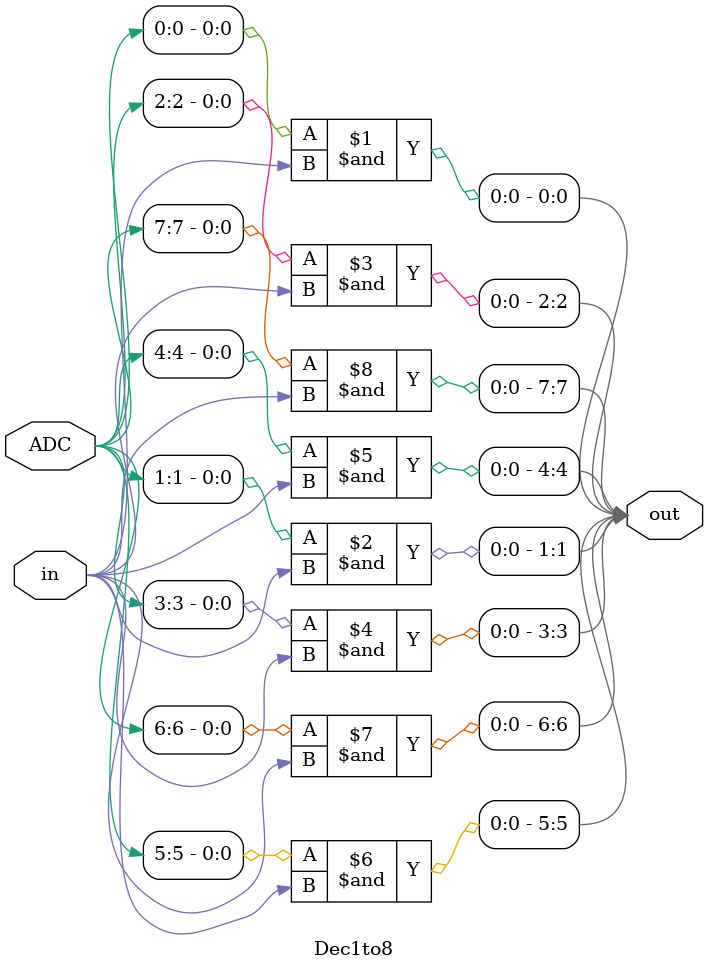
<source format=v>
`timescale 1ns / 1ps


module Dec1to8(
    input [7:0] ADC,
    input in,
    output [7:0] out
    );
    
    assign out[0] = ADC[0] & in;
    assign out[1] = ADC[1] & in;
    assign out[2] = ADC[2] & in;
    assign out[3] = ADC[3] & in;
    assign out[4] = ADC[4] & in;
    assign out[5] = ADC[5] & in;
    assign out[6] = ADC[6] & in;
    assign out[7] = ADC[7] & in;
    
endmodule

</source>
